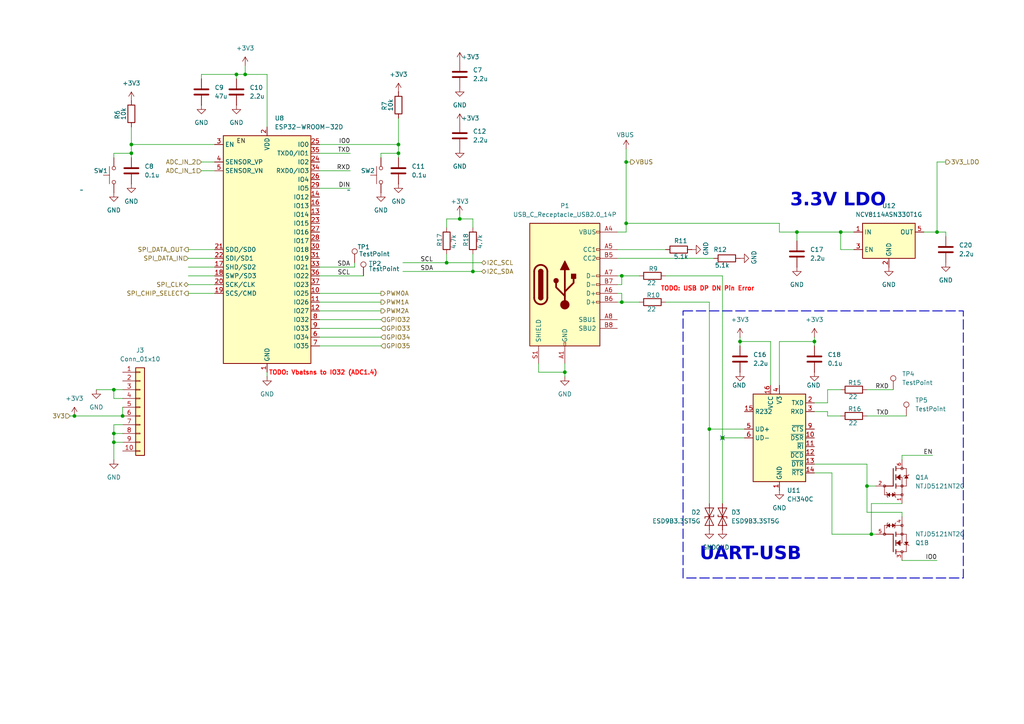
<source format=kicad_sch>
(kicad_sch (version 20250114) (generator "eeschema") (generator_version "9.0")
  (paper "A4")
  (lib_symbols
    (symbol "Connector:TestPoint" (pin_numbers (hide yes)) (pin_names (offset 0.762) (hide yes))
      (property "Reference" "TP" (at 0 6.858 0))
      (property "Value" "TestPoint" (at 0 5.08 0))
      (symbol "TestPoint_1_1"
        (pin passive line (at 0 0 90) (length 2.54) (name "1") (number "1"))
      )
    )
    (symbol "Connector_Generic:Conn_01x10" (pin_names (offset 1.016) (hide yes))
      (property "Reference" "J" (at 0 12.7 0))
      (property "Value" "Conn_01x10" (at 0 -15.24 0))
      (symbol "Conn_01x10_1_1"
        (pin passive line (at -5.08 10.16 0) (length 3.81) (name "Pin_1") (number "1"))
        (pin passive line (at -5.08 7.62 0) (length 3.81) (name "Pin_2") (number "2"))
        (pin passive line (at -5.08 5.08 0) (length 3.81) (name "Pin_3") (number "3"))
        (pin passive line (at -5.08 2.54 0) (length 3.81) (name "Pin_4") (number "4"))
        (pin passive line (at -5.08 0 0) (length 3.81) (name "Pin_5") (number "5"))
        (pin passive line (at -5.08 -2.54 0) (length 3.81) (name "Pin_6") (number "6"))
        (pin passive line (at -5.08 -5.08 0) (length 3.81) (name "Pin_7") (number "7"))
        (pin passive line (at -5.08 -7.62 0) (length 3.81) (name "Pin_8") (number "8"))
        (pin passive line (at -5.08 -10.16 0) (length 3.81) (name "Pin_9") (number "9"))
        (pin passive line (at -5.08 -12.7 0) (length 3.81) (name "Pin_10") (number "10"))
      )
    )
    (symbol "Device:C" (pin_numbers (hide yes)) (pin_names (offset 0.254))
      (property "Reference" "C" (at 0.635 2.54 0))
      (property "Value" "C" (at 0.635 -2.54 0))
      (symbol "C_1_1"
        (pin passive line (at 0 3.81 270) (length 2.794) (name "~") (number "1"))
        (pin passive line (at 0 -3.81 90) (length 2.794) (name "~") (number "2"))
      )
    )
    (symbol "Device:R" (pin_numbers (hide yes)) (pin_names (offset 0))
      (property "Reference" "R" (at 2.032 0 90))
      (property "Value" "R" (at 0 0 90))
      (symbol "R_1_1"
        (pin passive line (at 0 3.81 270) (length 1.27) (name "~") (number "1"))
        (pin passive line (at 0 -3.81 90) (length 1.27) (name "~") (number "2"))
      )
    )
    (symbol "Diode:ESD9B3.3ST5G" (pin_numbers (hide yes)) (pin_names (offset 1.016) (hide yes))
      (property "Reference" "D" (at 0 2.54 0))
      (property "Value" "ESD9B3.3ST5G" (at 0 -2.54 0))
      (symbol "ESD9B3.3ST5G_1_1"
        (pin passive line (at -3.81 0 0) (length 2.54) (name "A1") (number "1"))
        (pin passive line (at 3.81 0 180) (length 2.54) (name "A2") (number "2"))
      )
    )
    (symbol "Interface_USB:CH340C"
      (property "Reference" "U" (at -5.08 13.97 0))
      (property "Value" "CH340C" (at 1.27 13.97 0))
      (symbol "CH340C_1_1"
        (pin input line (at -10.16 7.62 0) (length 2.54) (name "R232") (number "15"))
        (pin bidirectional line (at -10.16 2.54 0) (length 2.54) (name "UD+") (number "5"))
        (pin bidirectional line (at -10.16 0 0) (length 2.54) (name "UD-") (number "6"))
        (pin no_connect line (at -7.62 -5.08 0) (length 2.54) (hide yes) (name "NC") (number "7"))
        (pin no_connect line (at -7.62 -7.62 0) (length 2.54) (hide yes) (name "NC") (number "8"))
        (pin power_in line (at -2.54 15.24 270) (length 2.54) (name "VCC") (number "16"))
        (pin power_out line (at 0 15.24 270) (length 2.54) (name "V3") (number "4"))
        (pin power_in line (at 0 -15.24 90) (length 2.54) (name "GND") (number "1"))
        (pin output line (at 10.16 10.16 180) (length 2.54) (name "TXD") (number "2"))
        (pin input line (at 10.16 7.62 180) (length 2.54) (name "RXD") (number "3"))
        (pin input line (at 10.16 2.54 180) (length 2.54) (name "~{CTS}") (number "9"))
        (pin input line (at 10.16 0 180) (length 2.54) (name "~{DSR}") (number "10"))
        (pin input line (at 10.16 -2.54 180) (length 2.54) (name "~{RI}") (number "11"))
        (pin input line (at 10.16 -5.08 180) (length 2.54) (name "~{DCD}") (number "12"))
        (pin output line (at 10.16 -7.62 180) (length 2.54) (name "~{DTR}") (number "13"))
        (pin output line (at 10.16 -10.16 180) (length 2.54) (name "~{RTS}") (number "14"))
      )
    )
    (symbol "NTJD5121NT2G:NTJD5121NT2G" (pin_names (offset 1.016))
      (property "Reference" "Q" (at 6.35 0 0))
      (property "Value" "NTJD5121NT2G" (at 6.35 -2.54 0))
      (symbol "NTJD5121NT2G_1_0"
        (pin passive line (at -5.08 -2.54 0) (length 2.54) (name "~") (number "2"))
        (pin passive line (at 2.54 5.08 270) (length 2.54) (name "~") (number "6"))
        (pin passive line (at 2.54 -7.62 90) (length 2.54) (name "~") (number "1"))
      )
      (symbol "NTJD5121NT2G_2_0"
        (pin passive line (at -5.08 -2.54 0) (length 2.54) (name "~") (number "5"))
        (pin passive line (at 2.54 5.08 270) (length 2.54) (name "~") (number "3"))
        (pin passive line (at 2.54 -7.62 90) (length 2.54) (name "~") (number "4"))
      )
    )
    (symbol "RF_Module:ESP32-WROOM-32D"
      (property "Reference" "U" (at -12.7 34.29 0))
      (property "Value" "ESP32-WROOM-32D" (at 1.27 34.29 0))
      (symbol "ESP32-WROOM-32D_1_1"
        (pin input line (at -15.24 30.48 0) (length 2.54) (name "EN") (number "3"))
        (pin input line (at -15.24 25.4 0) (length 2.54) (name "SENSOR_VP") (number "4"))
        (pin input line (at -15.24 22.86 0) (length 2.54) (name "SENSOR_VN") (number "5"))
        (pin bidirectional line (at -15.24 0 0) (length 2.54) (name "SDO/SD0") (number "21"))
        (pin bidirectional line (at -15.24 -2.54 0) (length 2.54) (name "SDI/SD1") (number "22"))
        (pin bidirectional line (at -15.24 -5.08 0) (length 2.54) (name "SHD/SD2") (number "17"))
        (pin bidirectional line (at -15.24 -7.62 0) (length 2.54) (name "SWP/SD3") (number "18"))
        (pin bidirectional line (at -15.24 -10.16 0) (length 2.54) (name "SCK/CLK") (number "20"))
        (pin bidirectional line (at -15.24 -12.7 0) (length 2.54) (name "SCS/CMD") (number "19"))
        (pin no_connect line (at -12.7 -27.94 0) (length 2.54) (hide yes) (name "NC") (number "32"))
        (pin power_in line (at 0 35.56 270) (length 2.54) (name "VDD") (number "2"))
        (pin power_in line (at 0 -35.56 90) (length 2.54) (name "GND") (number "1"))
        (pin passive line (at 0 -35.56 90) (length 2.54) (hide yes) (name "GND") (number "15"))
        (pin passive line (at 0 -35.56 90) (length 2.54) (hide yes) (name "GND") (number "38"))
        (pin passive line (at 0 -35.56 90) (length 2.54) (hide yes) (name "GND") (number "39"))
        (pin bidirectional line (at 15.24 30.48 180) (length 2.54) (name "IO0") (number "25"))
        (pin bidirectional line (at 15.24 27.94 180) (length 2.54) (name "TXD0/IO1") (number "35"))
        (pin bidirectional line (at 15.24 25.4 180) (length 2.54) (name "IO2") (number "24"))
        (pin bidirectional line (at 15.24 22.86 180) (length 2.54) (name "RXD0/IO3") (number "34"))
        (pin bidirectional line (at 15.24 20.32 180) (length 2.54) (name "IO4") (number "26"))
        (pin bidirectional line (at 15.24 17.78 180) (length 2.54) (name "IO5") (number "29"))
        (pin bidirectional line (at 15.24 15.24 180) (length 2.54) (name "IO12") (number "14"))
        (pin bidirectional line (at 15.24 12.7 180) (length 2.54) (name "IO13") (number "16"))
        (pin bidirectional line (at 15.24 10.16 180) (length 2.54) (name "IO14") (number "13"))
        (pin bidirectional line (at 15.24 7.62 180) (length 2.54) (name "IO15") (number "23"))
        (pin bidirectional line (at 15.24 5.08 180) (length 2.54) (name "IO16") (number "27"))
        (pin bidirectional line (at 15.24 2.54 180) (length 2.54) (name "IO17") (number "28"))
        (pin bidirectional line (at 15.24 0 180) (length 2.54) (name "IO18") (number "30"))
        (pin bidirectional line (at 15.24 -2.54 180) (length 2.54) (name "IO19") (number "31"))
        (pin bidirectional line (at 15.24 -5.08 180) (length 2.54) (name "IO21") (number "33"))
        (pin bidirectional line (at 15.24 -7.62 180) (length 2.54) (name "IO22") (number "36"))
        (pin bidirectional line (at 15.24 -10.16 180) (length 2.54) (name "IO23") (number "37"))
        (pin bidirectional line (at 15.24 -12.7 180) (length 2.54) (name "IO25") (number "10"))
        (pin bidirectional line (at 15.24 -15.24 180) (length 2.54) (name "IO26") (number "11"))
        (pin bidirectional line (at 15.24 -17.78 180) (length 2.54) (name "IO27") (number "12"))
        (pin bidirectional line (at 15.24 -20.32 180) (length 2.54) (name "IO32") (number "8"))
        (pin bidirectional line (at 15.24 -22.86 180) (length 2.54) (name "IO33") (number "9"))
        (pin input line (at 15.24 -25.4 180) (length 2.54) (name "IO34") (number "6"))
        (pin input line (at 15.24 -27.94 180) (length 2.54) (name "IO35") (number "7"))
      )
    )
    (symbol "Regulator_Linear:NCV8114ASN330T1G"
      (property "Reference" "U" (at 0 8.89 0))
      (property "Value" "NCV8114ASN330T1G" (at 0 6.35 0))
      (symbol "NCV8114ASN330T1G_1_1"
        (pin power_in line (at -10.16 2.54 0) (length 2.54) (name "IN") (number "1"))
        (pin input line (at -10.16 -2.54 0) (length 2.54) (name "EN") (number "3"))
        (pin power_in line (at 0 -7.62 90) (length 2.54) (name "GND") (number "2"))
        (pin no_connect line (at 7.62 -2.54 180) (length 2.54) (hide yes) (name "NC") (number "4"))
        (pin power_out line (at 10.16 2.54 180) (length 2.54) (name "OUT") (number "5"))
      )
    )
    (symbol "Switch:SW_Push" (pin_numbers (hide yes)) (pin_names (offset 1.016) (hide yes))
      (property "Reference" "SW" (at 1.27 2.54 0))
      (property "Value" "SW_Push" (at 0 -1.524 0))
      (symbol "SW_Push_0_1"
        (pin passive line (at -5.08 0 0) (length 2.54) (name "1") (number "1"))
        (pin passive line (at 5.08 0 180) (length 2.54) (name "2") (number "2"))
      )
    )
    (symbol "USB_C_Receptacle_USB2.0_14P_1" (pin_names (offset 1.016))
      (property "Reference" "J" (at 0 22.225 0))
      (property "Value" "USB_C_Receptacle_USB2.0_14P" (at 0 19.685 0))
      (symbol "USB_C_Receptacle_USB2.0_14P_1_1_1"
        (pin passive line (at -7.62 -22.86 90) (length 5.08) (name "SHIELD") (number "S1"))
        (pin passive line (at 0 -22.86 90) (length 5.08) (name "GND") (number "A1"))
        (pin passive line (at 0 -22.86 90) (length 5.08) (hide yes) (name "GND") (number "A12"))
        (pin passive line (at 0 -22.86 90) (length 5.08) (hide yes) (name "GND") (number "B1"))
        (pin passive line (at 0 -22.86 90) (length 5.08) (hide yes) (name "GND") (number "B12"))
        (pin passive line (at 15.24 15.24 180) (length 5.08) (name "VBUS") (number "A4"))
        (pin passive line (at 15.24 15.24 180) (length 5.08) (hide yes) (name "VBUS") (number "A9"))
        (pin passive line (at 15.24 15.24 180) (length 5.08) (hide yes) (name "VBUS") (number "B4"))
        (pin passive line (at 15.24 15.24 180) (length 5.08) (hide yes) (name "VBUS") (number "B9"))
        (pin bidirectional line (at 15.24 10.16 180) (length 5.08) (name "CC1") (number "A5"))
        (pin bidirectional line (at 15.24 7.62 180) (length 5.08) (name "CC2") (number "B5"))
        (pin bidirectional line (at 15.24 2.54 180) (length 5.08) (name "D-") (number "A7"))
        (pin bidirectional line (at 15.24 0 180) (length 5.08) (name "D-") (number "B7"))
        (pin bidirectional line (at 15.24 -2.54 180) (length 5.08) (name "D+") (number "A6"))
        (pin bidirectional line (at 15.24 -5.08 180) (length 5.08) (name "D+") (number "B6"))
        (pin bidirectional line (at 15.24 -10.16 180) (length 5.08) (name "SBU1") (number "A8"))
        (pin bidirectional line (at 15.24 -12.7 180) (length 5.08) (name "SBU2") (number "B8"))
      )
    )
    (symbol "power:+3V3" (power) (pin_numbers (hide yes)) (pin_names (offset 0) (hide yes))
      (property "Value" "+3V3" (at 0 3.556 0))
      (symbol "+3V3_1_1"
        (pin power_in line (at 0 0 90) (length 0) (name "~") (number "1"))
      )
    )
    (symbol "power:GND" (power) (pin_numbers (hide yes)) (pin_names (offset 0) (hide yes))
      (property "Value" "GND" (at 0 -3.81 0))
      (symbol "GND_1_1"
        (pin power_in line (at 0 0 270) (length 0) (name "~") (number "1"))
      )
    )
    (symbol "power:VBUS" (power) (pin_numbers (hide yes)) (pin_names (offset 0) (hide yes))
      (property "Value" "VBUS" (at 0 3.556 0))
      (symbol "VBUS_1_1"
        (pin power_in line (at 0 0 90) (length 0) (name "~") (number "1"))
      )
    )
  )
  (rectangle (start 198.12 90.17) (end 279.4 167.64) (stroke (width 0.254) (type dash)))
  (text "UART-USB" (at 217.678 161.798 0) (effects (font (size 3.81 3.81) (thickness 0.254) (bold yes))))
  (text "3.3V LDO" (at 243.078 59.182 0) (effects (font (size 3.81 3.81) (thickness 0.254) (bold yes))))
  (text "TODO: Vbatsns to IO32 (ADC1.4)" (at 93.726 108.204 0) (effects (font (size 1.27 1.27) (thickness 0.254) (bold yes))))
  (text "TODO: USB DP DN Pin Error" (at 205.232 83.82 0) (effects (font (size 1.27 1.27) (thickness 0.254) (bold yes))))
  (junction (at 38.1 44.45))
  (junction (at 243.84 67.31))
  (junction (at 180.34 80.01))
  (junction (at 231.14 67.31))
  (junction (at 163.83 107.95))
  (junction (at 115.57 41.91))
  (junction (at 35.56 120.65))
  (junction (at 38.1 41.91))
  (junction (at 205.74 124.46))
  (junction (at 214.63 99.06))
  (junction (at 133.35 63.5))
  (junction (at 33.02 113.03))
  (junction (at 181.61 64.77))
  (junction (at 21.59 120.65))
  (junction (at 33.02 125.73))
  (junction (at 209.55 127))
  (junction (at 33.02 128.27))
  (junction (at 271.78 67.31))
  (junction (at 129.54 76.2))
  (junction (at 115.57 44.45))
  (junction (at 251.46 140.97))
  (junction (at 180.34 87.63))
  (junction (at 68.58 21.59))
  (junction (at 71.12 21.59))
  (junction (at 252.73 154.94))
  (junction (at 181.61 46.99))
  (junction (at 137.16 78.74))
  (junction (at 236.22 99.06))
  (no_connect (at 209.55 127))
  (wire (pts (xy 209.55 80.01) (xy 209.55 127)))
  (wire (pts (xy 261.62 132.08) (xy 270.51 132.08)))
  (wire (pts (xy 223.52 99.06) (xy 223.52 111.76)))
  (wire (pts (xy 251.46 148.59) (xy 261.62 148.59)))
  (wire (pts (xy 33.02 44.45) (xy 38.1 44.45)))
  (wire (pts (xy 35.56 113.03) (xy 33.02 113.03)))
  (wire (pts (xy 21.59 120.65) (xy 35.56 120.65)))
  (wire (pts (xy 236.22 99.06) (xy 226.06 99.06)))
  (wire (pts (xy 261.62 162.56) (xy 271.78 162.56)))
  (wire (pts (xy 205.74 87.63) (xy 193.04 87.63)))
  (wire (pts (xy 35.56 123.19) (xy 33.02 123.19)))
  (wire (pts (xy 92.71 77.47) (xy 102.87 77.47)))
  (wire (pts (xy 254 154.94) (xy 252.73 154.94)))
  (wire (pts (xy 271.78 46.99) (xy 274.32 46.99)))
  (wire (pts (xy 129.54 63.5) (xy 129.54 66.04)))
  (wire (pts (xy 271.78 67.31) (xy 274.32 67.31)))
  (wire (pts (xy 251.46 120.65) (xy 262.89 120.65)))
  (wire (pts (xy 54.61 80.01) (xy 62.23 80.01)))
  (wire (pts (xy 179.07 74.93) (xy 207.01 74.93)))
  (wire (pts (xy 236.22 119.38) (xy 240.03 119.38)))
  (wire (pts (xy 243.84 72.39) (xy 243.84 67.31)))
  (wire (pts (xy 54.61 85.09) (xy 62.23 85.09)))
  (wire (pts (xy 180.34 80.01) (xy 179.07 80.01)))
  (wire (pts (xy 240.03 113.03) (xy 243.84 113.03)))
  (wire (pts (xy 252.73 154.94) (xy 241.3 154.94)))
  (wire (pts (xy 33.02 123.19) (xy 33.02 125.73)))
  (wire (pts (xy 110.49 44.45) (xy 115.57 44.45)))
  (wire (pts (xy 179.07 85.09) (xy 180.34 85.09)))
  (wire (pts (xy 226.06 64.77) (xy 226.06 67.31)))
  (wire (pts (xy 163.83 109.22) (xy 163.83 107.95)))
  (wire (pts (xy 179.07 67.31) (xy 181.61 67.31)))
  (wire (pts (xy 181.61 43.18) (xy 181.61 46.99)))
  (wire (pts (xy 110.49 45.72) (xy 110.49 44.45)))
  (wire (pts (xy 54.61 72.39) (xy 62.23 72.39)))
  (wire (pts (xy 33.02 45.72) (xy 33.02 44.45)))
  (wire (pts (xy 214.63 99.06) (xy 223.52 99.06)))
  (wire (pts (xy 77.47 109.22) (xy 77.47 107.95)))
  (wire (pts (xy 68.58 21.59) (xy 71.12 21.59)))
  (wire (pts (xy 251.46 140.97) (xy 251.46 134.62)))
  (wire (pts (xy 180.34 87.63) (xy 185.42 87.63)))
  (wire (pts (xy 205.74 124.46) (xy 215.9 124.46)))
  (wire (pts (xy 243.84 67.31) (xy 247.65 67.31)))
  (wire (pts (xy 115.57 44.45) (xy 115.57 45.72)))
  (wire (pts (xy 92.71 41.91) (xy 115.57 41.91)))
  (wire (pts (xy 129.54 73.66) (xy 129.54 76.2)))
  (wire (pts (xy 35.56 115.57) (xy 33.02 115.57)))
  (wire (pts (xy 181.61 64.77) (xy 181.61 67.31)))
  (wire (pts (xy 92.71 87.63) (xy 110.49 87.63)))
  (wire (pts (xy 129.54 76.2) (xy 139.7 76.2)))
  (wire (pts (xy 92.71 92.71) (xy 110.49 92.71)))
  (wire (pts (xy 251.46 113.03) (xy 259.08 113.03)))
  (wire (pts (xy 251.46 140.97) (xy 254 140.97)))
  (wire (pts (xy 209.55 80.01) (xy 193.04 80.01)))
  (wire (pts (xy 214.63 100.33) (xy 214.63 99.06)))
  (wire (pts (xy 54.61 74.93) (xy 62.23 74.93)))
  (wire (pts (xy 241.3 154.94) (xy 241.3 137.16)))
  (wire (pts (xy 156.21 105.41) (xy 156.21 107.95)))
  (wire (pts (xy 181.61 64.77) (xy 226.06 64.77)))
  (wire (pts (xy 102.87 77.47) (xy 102.87 76.2)))
  (wire (pts (xy 231.14 67.31) (xy 243.84 67.31)))
  (wire (pts (xy 71.12 21.59) (xy 71.12 19.05)))
  (wire (pts (xy 209.55 127) (xy 209.55 146.05)))
  (wire (pts (xy 156.21 107.95) (xy 163.83 107.95)))
  (wire (pts (xy 137.16 78.74) (xy 137.16 73.66)))
  (wire (pts (xy 231.14 69.85) (xy 231.14 67.31)))
  (wire (pts (xy 261.62 133.35) (xy 261.62 132.08)))
  (wire (pts (xy 240.03 119.38) (xy 240.03 120.65)))
  (wire (pts (xy 181.61 46.99) (xy 182.88 46.99)))
  (wire (pts (xy 226.06 99.06) (xy 226.06 111.76)))
  (wire (pts (xy 133.35 62.23) (xy 133.35 63.5)))
  (wire (pts (xy 274.32 67.31) (xy 274.32 68.58)))
  (wire (pts (xy 271.78 46.99) (xy 271.78 67.31)))
  (wire (pts (xy 77.47 21.59) (xy 77.47 36.83)))
  (wire (pts (xy 35.56 125.73) (xy 33.02 125.73)))
  (wire (pts (xy 261.62 148.59) (xy 261.62 149.86)))
  (wire (pts (xy 261.62 146.05) (xy 252.73 146.05)))
  (wire (pts (xy 38.1 41.91) (xy 38.1 44.45)))
  (wire (pts (xy 226.06 67.31) (xy 231.14 67.31)))
  (wire (pts (xy 241.3 137.16) (xy 236.22 137.16)))
  (wire (pts (xy 33.02 113.03) (xy 27.94 113.03)))
  (wire (pts (xy 116.84 76.2) (xy 129.54 76.2)))
  (wire (pts (xy 209.55 127) (xy 215.9 127)))
  (wire (pts (xy 137.16 63.5) (xy 137.16 66.04)))
  (wire (pts (xy 179.07 82.55) (xy 180.34 82.55)))
  (wire (pts (xy 133.35 63.5) (xy 137.16 63.5)))
  (wire (pts (xy 240.03 116.84) (xy 240.03 113.03)))
  (wire (pts (xy 92.71 85.09) (xy 110.49 85.09)))
  (wire (pts (xy 205.74 124.46) (xy 205.74 146.05)))
  (wire (pts (xy 68.58 22.86) (xy 68.58 21.59)))
  (wire (pts (xy 33.02 128.27) (xy 33.02 133.35)))
  (wire (pts (xy 38.1 36.83) (xy 38.1 41.91)))
  (wire (pts (xy 35.56 128.27) (xy 33.02 128.27)))
  (wire (pts (xy 236.22 100.33) (xy 236.22 99.06)))
  (wire (pts (xy 58.42 21.59) (xy 68.58 21.59)))
  (wire (pts (xy 35.56 118.11) (xy 35.56 120.65)))
  (wire (pts (xy 92.71 54.61) (xy 101.6 54.61)))
  (wire (pts (xy 251.46 134.62) (xy 236.22 134.62)))
  (wire (pts (xy 163.83 107.95) (xy 163.83 105.41)))
  (wire (pts (xy 236.22 97.79) (xy 236.22 99.06)))
  (wire (pts (xy 240.03 120.65) (xy 243.84 120.65)))
  (wire (pts (xy 92.71 44.45) (xy 101.6 44.45)))
  (wire (pts (xy 180.34 82.55) (xy 180.34 80.01)))
  (wire (pts (xy 181.61 46.99) (xy 181.61 64.77)))
  (wire (pts (xy 214.63 97.79) (xy 214.63 99.06)))
  (wire (pts (xy 92.71 100.33) (xy 110.49 100.33)))
  (wire (pts (xy 54.61 77.47) (xy 62.23 77.47)))
  (wire (pts (xy 133.35 63.5) (xy 129.54 63.5)))
  (wire (pts (xy 33.02 125.73) (xy 33.02 128.27)))
  (wire (pts (xy 58.42 46.99) (xy 62.23 46.99)))
  (wire (pts (xy 38.1 44.45) (xy 38.1 45.72)))
  (wire (pts (xy 185.42 80.01) (xy 180.34 80.01)))
  (wire (pts (xy 247.65 72.39) (xy 243.84 72.39)))
  (wire (pts (xy 20.32 120.65) (xy 21.59 120.65)))
  (wire (pts (xy 58.42 49.53) (xy 62.23 49.53)))
  (wire (pts (xy 38.1 41.91) (xy 62.23 41.91)))
  (wire (pts (xy 137.16 78.74) (xy 139.7 78.74)))
  (wire (pts (xy 54.61 82.55) (xy 62.23 82.55)))
  (wire (pts (xy 58.42 21.59) (xy 58.42 22.86)))
  (wire (pts (xy 179.07 87.63) (xy 180.34 87.63)))
  (wire (pts (xy 116.84 78.74) (xy 137.16 78.74)))
  (wire (pts (xy 71.12 21.59) (xy 77.47 21.59)))
  (wire (pts (xy 267.97 67.31) (xy 271.78 67.31)))
  (wire (pts (xy 179.07 72.39) (xy 193.04 72.39)))
  (wire (pts (xy 180.34 85.09) (xy 180.34 87.63)))
  (wire (pts (xy 236.22 116.84) (xy 240.03 116.84)))
  (wire (pts (xy 252.73 146.05) (xy 252.73 154.94)))
  (wire (pts (xy 115.57 41.91) (xy 115.57 44.45)))
  (wire (pts (xy 92.71 95.25) (xy 110.49 95.25)))
  (wire (pts (xy 92.71 90.17) (xy 110.49 90.17)))
  (wire (pts (xy 115.57 34.29) (xy 115.57 41.91)))
  (wire (pts (xy 92.71 49.53) (xy 101.6 49.53)))
  (wire (pts (xy 92.71 97.79) (xy 110.49 97.79)))
  (wire (pts (xy 251.46 140.97) (xy 251.46 148.59)))
  (wire (pts (xy 205.74 87.63) (xy 205.74 124.46)))
  (wire (pts (xy 33.02 113.03) (xy 33.02 115.57)))
  (wire (pts (xy 92.71 80.01) (xy 105.41 80.01)))
  (label "SDA" (at 121.92 78.74 0))
  (label "DIN" (at 101.6 54.61 180) (effects (font (thickness 0.1588))))
  (label "EN" (at 68.58 41.91 0))
  (label "TXD" (at 257.81 120.65 180))
  (label "SCL" (at 101.6 80.01 180))
  (label "EN" (at 270.51 132.08 180))
  (label "SCL" (at 121.92 76.2 0))
  (label "IO0" (at 271.78 162.56 180))
  (label "TXD" (at 101.6 44.45 180))
  (label "IO0" (at 101.6 41.91 180))
  (label "RXD" (at 257.81 113.03 180))
  (label "RXD" (at 101.6 49.53 180))
  (label "SDA" (at 101.6 77.47 180))
  (hierarchical_label "GPIO33" (shape input) (at 110.49 95.25 0))
  (hierarchical_label "PWM2A" (shape output) (at 110.49 90.17 0))
  (hierarchical_label "SPI_DATA_IN" (shape input) (at 54.61 74.93 180))
  (hierarchical_label "3V3" (shape input) (at 20.32 120.65 180))
  (hierarchical_label "3V3_LDO" (shape output) (at 274.32 46.99 0))
  (hierarchical_label "I2C_SDA" (shape bidirectional) (at 139.7 78.74 0))
  (hierarchical_label "PWM1A" (shape output) (at 110.49 87.63 0))
  (hierarchical_label "GPIO34" (shape input) (at 110.49 97.79 0))
  (hierarchical_label "GPIO35" (shape input) (at 110.49 100.33 0))
  (hierarchical_label "VBUS" (shape output) (at 182.88 46.99 0))
  (hierarchical_label "I2C_SCL" (shape bidirectional) (at 139.7 76.2 0))
  (hierarchical_label "SPI_DATA_OUT" (shape output) (at 54.61 72.39 180))
  (hierarchical_label "ADC_IN_2" (shape input) (at 58.42 46.99 180))
  (hierarchical_label "SPI_CLK" (shape bidirectional) (at 54.61 82.55 180))
  (hierarchical_label "PWM0A" (shape output) (at 110.49 85.09 0))
  (hierarchical_label "GPIO32" (shape input) (at 110.49 92.71 0))
  (hierarchical_label "SPI_CHIP_SELECT" (shape output) (at 54.61 85.09 180))
  (hierarchical_label "ADC_IN_1" (shape input) (at 58.42 49.53 180))
  (symbol (lib_id "power:GND") (at 33.02 133.35 0) (mirror y) (unit 1)
    (property "Reference" "#PWR014" (effects (hide yes)))
    (property "Value" "GND" (at 33.02 138.43 0))
    (property "Description" "Power symbol creates a global label with name \"GND\" , ground" (effects (hide yes)))
    (instances (project "Untitled" (path "" (reference "#PWR05") (unit 1))) (project "" (path "" (reference "#PWR014") (unit 1))))
  )
  (symbol (lib_id "Device:R") (at 247.65 120.65 90) (unit 1)
    (property "Reference" "R16" (at 247.904 118.618 90))
    (property "Value" "22" (at 247.396 122.682 90))
    (property "Footprint" "Resistor_SMD:R_0603_1608Metric_Pad0.98x0.95mm_HandSolder" (effects (hide yes)))
    (property "Description" "Resistor" (effects (hide yes)))
  )
  (symbol (lib_id "Switch:SW_Push") (at 110.49 50.8 90) (unit 1)
    (property "Reference" "SW2" (at 104.648 49.53 90) (effects (justify right)))
    (property "Value" "~" (at 100.584 55.118 90) (effects (justify right)))
    (property "Footprint" "Button_Switch_SMD:SW_Push_SPST_NO_Alps_SKRK" (effects (hide yes)))
    (property "Description" "Push button switch, generic, two pins" (effects (hide yes)))
  )
  (symbol (lib_id "Interface_USB:CH340C") (at 226.06 127 0) (unit 1)
    (property "Reference" "U11" (at 228.2541 142.24 0) (effects (justify left)))
    (property "Value" "CH340C" (at 228.2541 144.78 0) (effects (justify left)))
    (property "Footprint" "Package_SO:SOIC-16_3.9x9.9mm_P1.27mm" (effects (hide yes)))
    (property "Datasheet" "https://datasheet.lcsc.com/szlcsc/Jiangsu-Qin-Heng-CH340C_C84681.pdf" (effects (hide yes)))
    (property "Description" "USB serial converter, crystal-less, UART, SOIC-16" (effects (hide yes)))
  )
  (symbol (lib_id "power:GND") (at 200.66 72.39 90) (unit 1)
    (property "Reference" "#PWR043" (effects (hide yes)))
    (property "Value" "GND" (at 204.724 72.136 0))
    (property "Description" "Power symbol creates a global label with name \"GND\" , ground" (effects (hide yes)))
  )
  (symbol (lib_id "power:GND") (at 236.22 107.95 0) (unit 1)
    (property "Reference" "#PWR053" (effects (hide yes)))
    (property "Value" "GND" (at 235.966 111.76 0))
    (property "Description" "Power symbol creates a global label with name \"GND\" , ground" (effects (hide yes)))
  )
  (symbol (lib_id "Regulator_Linear:NCV8114ASN330T1G") (at 257.81 69.85 0) (unit 1)
    (property "Reference" "U12" (at 257.81 59.69 0))
    (property "Value" "NCV8114ASN330T1G" (at 257.81 62.23 0))
    (property "Footprint" "Package_TO_SOT_SMD:TSOT-23-5" (effects (hide yes)))
    (property "Datasheet" "https://ru.mouser.com/datasheet/2/308/NCV8114-D-1107616.pdf" (effects (hide yes)))
    (property "Description" "300mA, Low Noise, Linear Regulator with output active discharge function, 1.7-5.5V input voltage range, 3.3V fixed positive output, TSOT-23-5" (effects (hide yes)))
  )
  (symbol (lib_id "power:GND") (at 68.58 30.48 0) (unit 1)
    (property "Reference" "#PWR024" (effects (hide yes)))
    (property "Value" "GND" (at 68.58 35.56 0))
    (property "Description" "Power symbol creates a global label with name \"GND\" , ground" (effects (hide yes)))
  )
  (symbol (lib_id "power:+3V3") (at 236.22 97.79 0) (unit 1)
    (property "Reference" "#PWR052" (effects (hide yes)))
    (property "Value" "+3V3" (at 236.22 92.71 0))
    (property "Description" "Power symbol creates a global label with name \"+3V3\"" (effects (hide yes)))
  )
  (symbol (lib_id "Switch:SW_Push") (at 33.02 50.8 90) (unit 1)
    (property "Reference" "SW1" (at 27.178 49.53 90) (effects (justify right)))
    (property "Value" "~" (at 23.114 55.118 90) (effects (justify right)))
    (property "Footprint" "Button_Switch_SMD:SW_Push_SPST_NO_Alps_SKRK" (effects (hide yes)))
    (property "Description" "Push button switch, generic, two pins" (effects (hide yes)))
  )
  (symbol (lib_id "power:+3V3") (at 133.35 35.56 0) (unit 1)
    (property "Reference" "#PWR031" (effects (hide yes)))
    (property "Value" "+3V3" (at 136.398 34.29 0))
    (property "Description" "Power symbol creates a global label with name \"+3V3\"" (effects (hide yes)))
  )
  (symbol (lib_id "power:+3V3") (at 214.63 97.79 0) (unit 1)
    (property "Reference" "#PWR047" (effects (hide yes)))
    (property "Value" "+3V3" (at 214.63 92.71 0))
    (property "Description" "Power symbol creates a global label with name \"+3V3\"" (effects (hide yes)))
  )
  (symbol (lib_id "Device:R") (at 189.23 80.01 90) (unit 1)
    (property "Reference" "R9" (at 189.484 77.978 90))
    (property "Value" "22" (at 188.976 82.042 90))
    (property "Footprint" "Resistor_SMD:R_0603_1608Metric_Pad0.98x0.95mm_HandSolder" (effects (hide yes)))
    (property "Description" "Resistor" (effects (hide yes)))
  )
  (symbol (lib_id "Connector:TestPoint") (at 105.41 80.01 0) (unit 1)
    (property "Reference" "TP2" (at 106.934 76.454 0) (effects (justify left)))
    (property "Value" "TestPoint" (at 106.934 77.978 0) (effects (justify left)))
    (property "Footprint" "TestPoint:TestPoint_Pad_D1.5mm" (effects (hide yes)))
    (property "Description" "test point" (effects (hide yes)))
  )
  (symbol (lib_id "power:+3V3") (at 133.35 17.78 0) (unit 1)
    (property "Reference" "#PWR05" (effects (hide yes)))
    (property "Value" "+3V3" (at 136.398 16.51 0))
    (property "Description" "Power symbol creates a global label with name \"+3V3\"" (effects (hide yes)))
  )
  (symbol (lib_id "Device:R") (at 137.16 69.85 180) (unit 1)
    (property "Reference" "R18" (at 135.128 69.596 90))
    (property "Value" "4.7k" (at 139.192 70.104 90))
    (property "Footprint" "Resistor_SMD:R_0603_1608Metric_Pad0.98x0.95mm_HandSolder" (effects (hide yes)))
    (property "Description" "Resistor" (effects (hide yes)))
  )
  (symbol (lib_id "Device:R") (at 196.85 72.39 90) (unit 1)
    (property "Reference" "R11" (at 199.39 69.85 90) (effects (justify left)))
    (property "Value" "5.1k" (at 199.644 74.422 90) (effects (justify left)))
    (property "Footprint" "Resistor_SMD:R_0603_1608Metric_Pad0.98x0.95mm_HandSolder" (effects (hide yes)))
    (property "Description" "Resistor" (effects (hide yes)))
  )
  (symbol (lib_id "power:GND") (at 231.14 77.47 0) (unit 1)
    (property "Reference" "#PWR051" (effects (hide yes)))
    (property "Value" "GND" (at 231.14 82.55 0))
    (property "Description" "Power symbol creates a global label with name \"GND\" , ground" (effects (hide yes)))
  )
  (symbol (lib_id "Connector_Generic:Conn_01x10") (at 40.64 118.11 0) (unit 1)
    (property "Reference" "J13" (at 40.64 101.6 0))
    (property "Value" "Conn_01x10" (at 40.64 104.14 0))
    (property "Footprint" "Connector_PinSocket_2.54mm:PinSocket_1x10_P2.54mm_Vertical" (effects (hide yes)))
    (property "Description" "Generic connector, single row, 01x10, script generated (kicad-library-utils/schlib/autogen/connector/)" (effects (hide yes)))
    (instances (project "Untitled" (path "" (reference "J3") (unit 1))) (project "" (path "" (reference "J13") (unit 1))))
  )
  (symbol (lib_id "Device:C") (at 133.35 21.59 0) (mirror y) (unit 1)
    (property "Reference" "C7" (at 137.16 20.3199 0) (effects (justify right)))
    (property "Value" "2.2u" (at 137.16 22.8599 0) (effects (justify right)))
    (property "Footprint" "Capacitor_SMD:C_0603_1608Metric_Pad1.08x0.95mm_HandSolder" (effects (hide yes)))
    (property "Description" "Unpolarized capacitor" (effects (hide yes)))
  )
  (symbol (lib_id "Diode:ESD9B3.3ST5G") (at 209.55 149.86 90) (unit 1)
    (property "Reference" "D3" (at 212.09 148.5899 90) (effects (justify right)))
    (property "Value" "ESD9B3.3ST5G" (at 212.09 151.1299 90) (effects (justify right)))
    (property "Footprint" "Diode_SMD:D_SOD-923" (effects (hide yes)))
    (property "Datasheet" "https://www.onsemi.com/pub/Collateral/ESD9B-D.PDF" (effects (hide yes)))
    (property "Description" "ESD protection diode, 3.3Vrwm, SOD-923" (effects (hide yes)))
  )
  (symbol (lib_id "Device:R") (at 38.1 33.02 180) (unit 1)
    (property "Reference" "R6" (at 34.036 33.274 90))
    (property "Value" "10k" (at 35.814 33.02 90))
    (property "Footprint" "Resistor_SMD:R_0603_1608Metric_Pad0.98x0.95mm_HandSolder" (effects (hide yes)))
    (property "Description" "Resistor" (effects (hide yes)))
  )
  (symbol (lib_id "power:GND") (at 214.63 107.95 0) (unit 1)
    (property "Reference" "#PWR048" (effects (hide yes)))
    (property "Value" "GND" (at 214.376 111.76 0))
    (property "Description" "Power symbol creates a global label with name \"GND\" , ground" (effects (hide yes)))
  )
  (symbol (lib_id "power:GND") (at 205.74 153.67 0) (unit 1)
    (property "Reference" "#PWR044" (effects (hide yes)))
    (property "Value" "GND" (at 205.74 158.75 0))
    (property "Description" "Power symbol creates a global label with name \"GND\" , ground" (effects (hide yes)))
  )
  (symbol (lib_id "power:+3V3") (at 21.59 120.65 0) (unit 1)
    (property "Reference" "#PWR010" (effects (hide yes)))
    (property "Value" "+3V3" (at 21.59 115.57 0))
    (property "Description" "Power symbol creates a global label with name \"+3V3\"" (effects (hide yes)))
  )
  (symbol (lib_id "Device:C") (at 214.63 104.14 0) (unit 1)
    (property "Reference" "C16" (at 218.44 102.8699 0) (effects (justify left)))
    (property "Value" "2.2u" (at 218.44 105.4099 0) (effects (justify left)))
    (property "Footprint" "Capacitor_SMD:C_0603_1608Metric_Pad1.08x0.95mm_HandSolder" (effects (hide yes)))
    (property "Description" "Unpolarized capacitor" (effects (hide yes)))
  )
  (symbol (lib_id "Device:C") (at 133.35 39.37 0) (mirror y) (unit 1)
    (property "Reference" "C12" (at 137.16 38.0999 0) (effects (justify right)))
    (property "Value" "2.2u" (at 137.16 40.6399 0) (effects (justify right)))
    (property "Footprint" "Capacitor_SMD:C_0603_1608Metric_Pad1.08x0.95mm_HandSolder" (effects (hide yes)))
    (property "Description" "Unpolarized capacitor" (effects (hide yes)))
  )
  (symbol (lib_id "Device:R") (at 115.57 30.48 180) (unit 1)
    (property "Reference" "R7" (at 111.506 30.734 90))
    (property "Value" "10k" (at 113.284 30.48 90))
    (property "Footprint" "Resistor_SMD:R_0603_1608Metric_Pad0.98x0.95mm_HandSolder" (effects (hide yes)))
    (property "Description" "Resistor" (effects (hide yes)))
  )
  (symbol (lib_id "power:GND") (at 133.35 43.18 0) (mirror y) (unit 1)
    (property "Reference" "#PWR032" (effects (hide yes)))
    (property "Value" "GND" (at 133.35 48.26 0))
    (property "Description" "Power symbol creates a global label with name \"GND\" , ground" (effects (hide yes)))
  )
  (symbol (lib_id "power:GND") (at 257.81 77.47 0) (unit 1)
    (property "Reference" "#PWR056" (effects (hide yes)))
    (property "Value" "GND" (at 257.81 82.55 0))
    (property "Description" "Power symbol creates a global label with name \"GND\" , ground" (effects (hide yes)))
  )
  (symbol (lib_id "Device:R") (at 247.65 113.03 90) (unit 1)
    (property "Reference" "R15" (at 247.904 110.998 90))
    (property "Value" "22" (at 247.396 115.062 90))
    (property "Footprint" "Resistor_SMD:R_0603_1608Metric_Pad0.98x0.95mm_HandSolder" (effects (hide yes)))
    (property "Description" "Resistor" (effects (hide yes)))
  )
  (symbol (lib_id "Device:C") (at 115.57 49.53 0) (unit 1)
    (property "Reference" "C11" (at 119.38 48.2599 0) (effects (justify left)))
    (property "Value" "0.1u" (at 119.38 50.7999 0) (effects (justify left)))
    (property "Footprint" "Capacitor_SMD:C_0603_1608Metric_Pad1.08x0.95mm_HandSolder" (effects (hide yes)))
    (property "Description" "Unpolarized capacitor" (effects (hide yes)))
  )
  (symbol (lib_id "power:GND") (at 209.55 153.67 0) (unit 1)
    (property "Reference" "#PWR045" (effects (hide yes)))
    (property "Value" "GND" (at 209.55 158.75 0))
    (property "Description" "Power symbol creates a global label with name \"GND\" , ground" (effects (hide yes)))
  )
  (symbol (lib_id "power:GND") (at 77.47 109.22 0) (unit 1)
    (property "Reference" "#PWR026" (effects (hide yes)))
    (property "Value" "GND" (at 77.47 114.3 0))
    (property "Description" "Power symbol creates a global label with name \"GND\" , ground" (effects (hide yes)))
  )
  (symbol (lib_id "power:GND") (at 33.02 55.88 0) (unit 1)
    (property "Reference" "#PWR018" (effects (hide yes)))
    (property "Value" "GND" (at 33.02 60.96 0))
    (property "Description" "Power symbol creates a global label with name \"GND\" , ground" (effects (hide yes)))
  )
  (symbol (lib_id "power:GND") (at 274.32 76.2 0) (unit 1)
    (property "Reference" "#PWR059" (effects (hide yes)))
    (property "Value" "GND" (at 274.32 81.28 0))
    (property "Description" "Power symbol creates a global label with name \"GND\" , ground" (effects (hide yes)))
  )
  (symbol (lib_id "Device:R") (at 129.54 69.85 180) (unit 1)
    (property "Reference" "R17" (at 127.508 69.596 90))
    (property "Value" "4.7k" (at 131.572 70.104 90))
    (property "Footprint" "Resistor_SMD:R_0603_1608Metric_Pad0.98x0.95mm_HandSolder" (effects (hide yes)))
    (property "Description" "Resistor" (effects (hide yes)))
  )
  (symbol (lib_id "Connector:TestPoint") (at 102.87 76.2 0) (unit 1)
    (property "Reference" "TP1" (at 103.632 71.628 0) (effects (justify left)))
    (property "Value" "TestPoint" (at 104.14 73.66 0) (effects (justify left)))
    (property "Footprint" "TestPoint:TestPoint_Pad_D1.5mm" (effects (hide yes)))
    (property "Description" "test point" (effects (hide yes)))
  )
  (symbol (lib_id "Diode:ESD9B3.3ST5G") (at 205.74 149.86 270) (mirror x) (unit 1)
    (property "Reference" "D2" (at 203.2 148.5899 90) (effects (justify right)))
    (property "Value" "ESD9B3.3ST5G" (at 203.2 151.1299 90) (effects (justify right)))
    (property "Footprint" "Diode_SMD:D_SOD-923" (effects (hide yes)))
    (property "Datasheet" "https://www.onsemi.com/pub/Collateral/ESD9B-D.PDF" (effects (hide yes)))
    (property "Description" "ESD protection diode, 3.3Vrwm, SOD-923" (effects (hide yes)))
  )
  (symbol (lib_id "Device:C") (at 68.58 26.67 0) (unit 1)
    (property "Reference" "C10" (at 72.39 25.3999 0) (effects (justify left)))
    (property "Value" "2.2u" (at 72.39 27.9399 0) (effects (justify left)))
    (property "Footprint" "Capacitor_SMD:C_0603_1608Metric_Pad1.08x0.95mm_HandSolder" (effects (hide yes)))
    (property "Description" "Unpolarized capacitor" (effects (hide yes)))
  )
  (symbol (lib_id "power:GND") (at 58.42 30.48 0) (unit 1)
    (property "Reference" "#PWR023" (effects (hide yes)))
    (property "Value" "GND" (at 58.42 35.56 0))
    (property "Description" "Power symbol creates a global label with name \"GND\" , ground" (effects (hide yes)))
  )
  (symbol (lib_id "NTJD5121NT2G:NTJD5121NT2G") (at 259.08 157.48 0) (mirror x) (unit 2)
    (property "Reference" "Q1" (at 265.43 157.442 0) (effects (justify left)))
    (property "Value" "NTJD5121NT2G" (at 265.43 154.902 0) (effects (justify left)))
    (property "Footprint" "NTJD5121NT2G:SOT65P210X110-6N" (effects (hide yes)))
    (property "MF" "onsemi" (effects (hide yes)))
    (property "MAXIMUM_PACKAGE_HEIGHT" "1.1 mm" (effects (hide yes)))
    (property "Package" "SC-88-6 ON Semiconductor" (effects (hide yes)))
    (property "Price" "None" (effects (hide yes)))
    (property "Check_prices" "https://www.snapeda.com/parts/NTJD5121NT2G/Onsemi/view-part/?ref=eda" (effects (hide yes)))
    (property "STANDARD" "IPC 7351B" (effects (hide yes)))
    (property "PARTREV" "9" (effects (hide yes)))
    (property "SnapEDA_Link" "https://www.snapeda.com/parts/NTJD5121NT2G/Onsemi/view-part/?ref=snap" (effects (hide yes)))
    (property "MP" "NTJD5121NT2G" (effects (hide yes)))
    (property "Purchase-URL" "https://www.snapeda.com/api/url_track_click_mouser/?unipart_id=826425&manufacturer=onsemi&part_name=NTJD5121NT2G&search_term=ntjd5121n" (effects (hide yes)))
    (property "Description_1" "\nNTJD5121NT2G Dual N-channel MOSFET Transistor, 0.29 A, 60 V, 6-Pin SC-88 | ON Semiconductor NTJD5121NT2G\n" (effects (hide yes)))
    (property "Availability" "In Stock" (effects (hide yes)))
    (property "MANUFACTURER" "On Semiconductor" (effects (hide yes)))
  )
  (symbol (lib_id "power:GND") (at 214.63 74.93 90) (unit 1)
    (property "Reference" "#PWR046" (effects (hide yes)))
    (property "Value" "GND" (at 218.694 74.676 0))
    (property "Description" "Power symbol creates a global label with name \"GND\" , ground" (effects (hide yes)))
  )
  (symbol (lib_id "power:GND") (at 27.94 113.03 0) (mirror y) (unit 1)
    (property "Reference" "#PWR013" (effects (hide yes)))
    (property "Value" "GND" (at 27.94 118.11 0))
    (property "Description" "Power symbol creates a global label with name \"GND\" , ground" (effects (hide yes)))
    (instances (project "Untitled" (path "" (reference "#PWR04") (unit 1))) (project "" (path "" (reference "#PWR013") (unit 1))))
  )
  (symbol (lib_id "Device:C") (at 38.1 49.53 0) (unit 1)
    (property "Reference" "C8" (at 41.91 48.2599 0) (effects (justify left)))
    (property "Value" "0.1u" (at 41.91 50.7999 0) (effects (justify left)))
    (property "Footprint" "Capacitor_SMD:C_0603_1608Metric_Pad1.08x0.95mm_HandSolder" (effects (hide yes)))
    (property "Description" "Unpolarized capacitor" (effects (hide yes)))
  )
  (symbol (lib_id "power:VBUS") (at 181.61 43.18 0) (unit 1)
    (property "Reference" "#PWR038" (effects (hide yes)))
    (property "Value" "VBUS" (at 181.356 39.116 0))
    (property "Description" "Power symbol creates a global label with name \"VBUS\"" (effects (hide yes)))
  )
  (symbol (lib_name "USB_C_Receptacle_USB2.0_14P_1") (lib_id "Connector:USB_C_Receptacle_USB2.0_14P") (at 163.83 82.55 0) (unit 1)
    (property "Reference" "P1" (at 163.83 59.69 0))
    (property "Value" "USB_C_Receptacle_USB2.0_14P" (at 163.83 62.23 0))
    (property "Footprint" "Connector_USB:USB_C_Receptacle_JAE_DX07S016JA1R1500" (effects (hide yes)))
    (property "Datasheet" "https://www.usb.org/sites/default/files/documents/usb_type-c.zip" (effects (hide yes)))
    (property "Description" "USB 2.0-only 14P Type-C Receptacle connector" (effects (hide yes)))
  )
  (symbol (lib_id "power:GND") (at 163.83 109.22 0) (unit 1)
    (property "Reference" "#PWR033" (effects (hide yes)))
    (property "Value" "GND" (at 163.83 114.3 0))
    (property "Description" "Power symbol creates a global label with name \"GND\" , ground" (effects (hide yes)))
  )
  (symbol (lib_id "power:+3V3") (at 71.12 19.05 0) (unit 1)
    (property "Reference" "#PWR025" (effects (hide yes)))
    (property "Value" "+3V3" (at 71.12 13.97 0))
    (property "Description" "Power symbol creates a global label with name \"+3V3\"" (effects (hide yes)))
  )
  (symbol (lib_id "power:GND") (at 133.35 25.4 0) (mirror y) (unit 1)
    (property "Reference" "#PWR017" (effects (hide yes)))
    (property "Value" "GND" (at 133.35 30.48 0))
    (property "Description" "Power symbol creates a global label with name \"GND\" , ground" (effects (hide yes)))
  )
  (symbol (lib_id "power:+3V3") (at 115.57 26.67 0) (unit 1)
    (property "Reference" "#PWR029" (effects (hide yes)))
    (property "Value" "+3V3" (at 115.57 21.59 0))
    (property "Description" "Power symbol creates a global label with name \"+3V3\"" (effects (hide yes)))
  )
  (symbol (lib_id "power:GND") (at 110.49 55.88 0) (unit 1)
    (property "Reference" "#PWR027" (effects (hide yes)))
    (property "Value" "GND" (at 110.49 60.96 0))
    (property "Description" "Power symbol creates a global label with name \"GND\" , ground" (effects (hide yes)))
  )
  (symbol (lib_id "power:+3V3") (at 38.1 29.21 0) (unit 1)
    (property "Reference" "#PWR020" (effects (hide yes)))
    (property "Value" "+3V3" (at 38.1 24.13 0))
    (property "Description" "Power symbol creates a global label with name \"+3V3\"" (effects (hide yes)))
  )
  (symbol (lib_id "Device:C") (at 236.22 104.14 0) (unit 1)
    (property "Reference" "C18" (at 240.03 102.8699 0) (effects (justify left)))
    (property "Value" "0.1u" (at 240.03 105.4099 0) (effects (justify left)))
    (property "Footprint" "Capacitor_SMD:C_0603_1608Metric_Pad1.08x0.95mm_HandSolder" (effects (hide yes)))
    (property "Description" "Unpolarized capacitor" (effects (hide yes)))
  )
  (symbol (lib_id "Connector:TestPoint") (at 259.08 113.03 0) (unit 1)
    (property "Reference" "TP4" (at 261.62 108.4579 0) (effects (justify left)))
    (property "Value" "TestPoint" (at 261.62 110.9979 0) (effects (justify left)))
    (property "Footprint" "TestPoint:TestPoint_Pad_D1.5mm" (effects (hide yes)))
    (property "Description" "test point" (effects (hide yes)))
  )
  (symbol (lib_id "Device:C") (at 231.14 73.66 0) (unit 1)
    (property "Reference" "C17" (at 234.95 72.3899 0) (effects (justify left)))
    (property "Value" "2.2u" (at 234.95 74.9299 0) (effects (justify left)))
    (property "Footprint" "Capacitor_SMD:C_0603_1608Metric_Pad1.08x0.95mm_HandSolder" (effects (hide yes)))
    (property "Description" "Unpolarized capacitor" (effects (hide yes)))
  )
  (symbol (lib_id "NTJD5121NT2G:NTJD5121NT2G") (at 259.08 138.43 0) (unit 1)
    (property "Reference" "Q1" (at 265.43 138.468 0) (effects (justify left)))
    (property "Value" "NTJD5121NT2G" (at 265.43 141.008 0) (effects (justify left)))
    (property "Footprint" "NTJD5121NT2G:SOT65P210X110-6N" (effects (hide yes)))
    (property "MF" "onsemi" (effects (hide yes)))
    (property "MAXIMUM_PACKAGE_HEIGHT" "1.1 mm" (effects (hide yes)))
    (property "Package" "SC-88-6 ON Semiconductor" (effects (hide yes)))
    (property "Price" "None" (effects (hide yes)))
    (property "Check_prices" "https://www.snapeda.com/parts/NTJD5121NT2G/Onsemi/view-part/?ref=eda" (effects (hide yes)))
    (property "STANDARD" "IPC 7351B" (effects (hide yes)))
    (property "PARTREV" "9" (effects (hide yes)))
    (property "SnapEDA_Link" "https://www.snapeda.com/parts/NTJD5121NT2G/Onsemi/view-part/?ref=snap" (effects (hide yes)))
    (property "MP" "NTJD5121NT2G" (effects (hide yes)))
    (property "Purchase-URL" "https://www.snapeda.com/api/url_track_click_mouser/?unipart_id=826425&manufacturer=onsemi&part_name=NTJD5121NT2G&search_term=ntjd5121n" (effects (hide yes)))
    (property "Description_1" "\nNTJD5121NT2G Dual N-channel MOSFET Transistor, 0.29 A, 60 V, 6-Pin SC-88 | ON Semiconductor NTJD5121NT2G\n" (effects (hide yes)))
    (property "Availability" "In Stock" (effects (hide yes)))
    (property "MANUFACTURER" "On Semiconductor" (effects (hide yes)))
  )
  (symbol (lib_id "Device:R") (at 189.23 87.63 90) (unit 1)
    (property "Reference" "R10" (at 189.484 85.598 90))
    (property "Value" "22" (at 188.976 89.662 90))
    (property "Footprint" "Resistor_SMD:R_0603_1608Metric_Pad0.98x0.95mm_HandSolder" (effects (hide yes)))
    (property "Description" "Resistor" (effects (hide yes)))
  )
  (symbol (lib_id "Connector:TestPoint") (at 262.89 120.65 0) (unit 1)
    (property "Reference" "TP5" (at 265.43 116.0779 0) (effects (justify left)))
    (property "Value" "TestPoint" (at 265.43 118.6179 0) (effects (justify left)))
    (property "Footprint" "TestPoint:TestPoint_Pad_D1.5mm" (effects (hide yes)))
    (property "Description" "test point" (effects (hide yes)))
  )
  (symbol (lib_id "power:+3V3") (at 133.35 62.23 0) (unit 1)
    (property "Reference" "#PWR028" (effects (hide yes)))
    (property "Value" "+3V3" (at 133.35 58.42 0))
    (property "Description" "Power symbol creates a global label with name \"+3V3\"" (effects (hide yes)))
  )
  (symbol (lib_id "power:GND") (at 226.06 142.24 0) (unit 1)
    (property "Reference" "#PWR050" (effects (hide yes)))
    (property "Value" "GND" (at 226.06 147.32 0))
    (property "Description" "Power symbol creates a global label with name \"GND\" , ground" (effects (hide yes)))
  )
  (symbol (lib_id "Device:C") (at 274.32 72.39 0) (unit 1)
    (property "Reference" "C20" (at 278.13 71.1199 0) (effects (justify left)))
    (property "Value" "2.2u" (at 278.13 73.6599 0) (effects (justify left)))
    (property "Footprint" "Capacitor_SMD:C_0603_1608Metric_Pad1.08x0.95mm_HandSolder" (effects (hide yes)))
    (property "Description" "Unpolarized capacitor" (effects (hide yes)))
  )
  (symbol (lib_id "Device:R") (at 210.82 74.93 90) (unit 1)
    (property "Reference" "R12" (at 210.82 72.39 90) (effects (justify left)))
    (property "Value" "5.1k" (at 211.582 76.962 90) (effects (justify left)))
    (property "Footprint" "Resistor_SMD:R_0603_1608Metric_Pad0.98x0.95mm_HandSolder" (effects (hide yes)))
    (property "Description" "Resistor" (effects (hide yes)))
  )
  (symbol (lib_id "power:GND") (at 38.1 53.34 0) (unit 1)
    (property "Reference" "#PWR021" (effects (hide yes)))
    (property "Value" "GND" (at 38.1 58.42 0))
    (property "Description" "Power symbol creates a global label with name \"GND\" , ground" (effects (hide yes)))
  )
  (symbol (lib_id "power:GND") (at 115.57 53.34 0) (unit 1)
    (property "Reference" "#PWR030" (effects (hide yes)))
    (property "Value" "GND" (at 115.57 58.42 0))
    (property "Description" "Power symbol creates a global label with name \"GND\" , ground" (effects (hide yes)))
  )
  (symbol (lib_id "Device:C") (at 58.42 26.67 0) (unit 1)
    (property "Reference" "C9" (at 62.23 25.3999 0) (effects (justify left)))
    (property "Value" "47u" (at 62.23 27.9399 0) (effects (justify left)))
    (property "Footprint" "Capacitor_SMD:C_1206_3216Metric_Pad1.33x1.80mm_HandSolder" (effects (hide yes)))
    (property "Description" "Unpolarized capacitor" (effects (hide yes)))
  )
  (symbol (lib_id "RF_Module:ESP32-WROOM-32D") (at 77.47 72.39 0) (unit 1)
    (property "Reference" "U8" (at 79.6641 34.29 0) (effects (justify left)))
    (property "Value" "ESP32-WROOM-32D" (at 79.6641 36.83 0) (effects (justify left)))
    (property "Footprint" "RF_Module:ESP32-WROOM-32D" (effects (hide yes)))
    (property "Datasheet" "https://www.espressif.com/sites/default/files/documentation/esp32-wroom-32d_esp32-wroom-32u_datasheet_en.pdf" (effects (hide yes)))
    (property "Description" "RF Module, ESP32-D0WD SoC, Wi-Fi 802.11b/g/n, Bluetooth, BLE, 32-bit, 2.7-3.6V, onboard antenna, SMD" (effects (hide yes)))
  )
)
</source>
